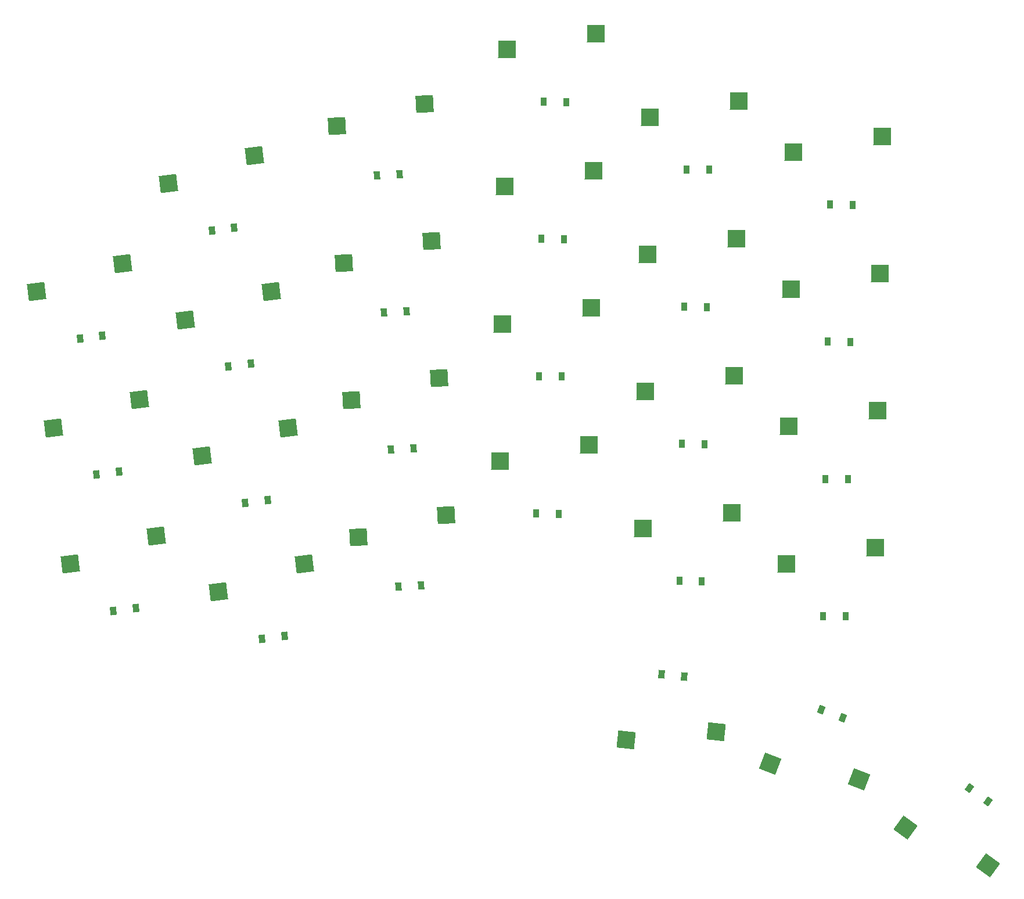
<source format=gbr>
%TF.GenerationSoftware,KiCad,Pcbnew,9.0.0*%
%TF.CreationDate,2025-03-06T12:11:22-05:00*%
%TF.ProjectId,proto1,70726f74-6f31-42e6-9b69-6361645f7063,v1.0.0*%
%TF.SameCoordinates,Original*%
%TF.FileFunction,Paste,Bot*%
%TF.FilePolarity,Positive*%
%FSLAX46Y46*%
G04 Gerber Fmt 4.6, Leading zero omitted, Abs format (unit mm)*
G04 Created by KiCad (PCBNEW 9.0.0) date 2025-03-06 12:11:22*
%MOMM*%
%LPD*%
G01*
G04 APERTURE LIST*
G04 Aperture macros list*
%AMRotRect*
0 Rectangle, with rotation*
0 The origin of the aperture is its center*
0 $1 length*
0 $2 width*
0 $3 Rotation angle, in degrees counterclockwise*
0 Add horizontal line*
21,1,$1,$2,0,0,$3*%
G04 Aperture macros list end*
%ADD10RotRect,2.550000X2.500000X7.000000*%
%ADD11RotRect,2.550000X2.500000X3.000000*%
%ADD12RotRect,2.550000X2.500000X359.000000*%
%ADD13RotRect,2.550000X2.500000X174.000000*%
%ADD14RotRect,2.550000X2.500000X159.000000*%
%ADD15RotRect,2.550000X2.500000X144.000000*%
%ADD16RotRect,0.900000X1.200000X7.000000*%
%ADD17RotRect,0.900000X1.200000X3.000000*%
%ADD18RotRect,0.900000X1.200000X359.000000*%
%ADD19RotRect,0.900000X1.200000X174.000000*%
%ADD20RotRect,0.900000X1.200000X159.000000*%
%ADD21RotRect,0.900000X1.200000X144.000000*%
G04 APERTURE END LIST*
D10*
%TO.C,S1*%
X135616279Y-136953363D03*
X148137375Y-132856891D03*
%TD*%
%TO.C,S2*%
X133178892Y-117102440D03*
X145699988Y-113005968D03*
%TD*%
%TO.C,S3*%
X130741505Y-97251517D03*
X143262601Y-93155045D03*
%TD*%
%TO.C,S4*%
X157276273Y-141044166D03*
X169797369Y-136947694D03*
%TD*%
%TO.C,S5*%
X154838886Y-121193243D03*
X167359982Y-117096771D03*
%TD*%
%TO.C,S6*%
X152401499Y-101342320D03*
X164922595Y-97245848D03*
%TD*%
%TO.C,S7*%
X149964112Y-81491397D03*
X162485208Y-77394925D03*
%TD*%
D11*
%TO.C,S8*%
X177643909Y-133014083D03*
X190420260Y-129801017D03*
%TD*%
%TO.C,S9*%
X176597190Y-113041492D03*
X189373541Y-109828426D03*
%TD*%
%TO.C,S10*%
X175550471Y-93068901D03*
X188326822Y-89855835D03*
%TD*%
%TO.C,S11*%
X174503752Y-73096311D03*
X187280103Y-69883245D03*
%TD*%
D12*
%TO.C,S12*%
X198286570Y-121930503D03*
X211255930Y-119616497D03*
%TD*%
%TO.C,S13*%
X198635618Y-101933549D03*
X211604978Y-99619543D03*
%TD*%
%TO.C,S14*%
X198984666Y-81936595D03*
X211954026Y-79622589D03*
%TD*%
%TO.C,S15*%
X199333714Y-61939641D03*
X212303074Y-59625635D03*
%TD*%
%TO.C,S16*%
X219117574Y-131795557D03*
X232086934Y-129481551D03*
%TD*%
%TO.C,S17*%
X219466622Y-111798603D03*
X232435982Y-109484597D03*
%TD*%
%TO.C,S18*%
X219815670Y-91801649D03*
X232785030Y-89487643D03*
%TD*%
%TO.C,S19*%
X220164718Y-71804695D03*
X233134078Y-69490689D03*
%TD*%
%TO.C,S20*%
X240031476Y-136911334D03*
X253000836Y-134597328D03*
%TD*%
%TO.C,S21*%
X240380525Y-116914380D03*
X253349885Y-114600374D03*
%TD*%
%TO.C,S22*%
X240729573Y-96917426D03*
X253698933Y-94603420D03*
%TD*%
%TO.C,S23*%
X241078621Y-76920472D03*
X254047981Y-74606466D03*
%TD*%
D13*
%TO.C,S24*%
X229773775Y-161423878D03*
X216652088Y-162598724D03*
%TD*%
D14*
%TO.C,S25*%
X250610755Y-168354213D03*
X237632106Y-166092885D03*
%TD*%
D15*
%TO.C,S26*%
X269383742Y-180888720D03*
X257432605Y-175345323D03*
%TD*%
D16*
%TO.C,D1*%
X145205065Y-143372632D03*
X141929663Y-143774800D03*
%TD*%
%TO.C,D2*%
X142767678Y-123521709D03*
X139492276Y-123923877D03*
%TD*%
%TO.C,D3*%
X140330291Y-103670786D03*
X137054889Y-104072954D03*
%TD*%
%TO.C,D4*%
X166865059Y-147463435D03*
X163589657Y-147865603D03*
%TD*%
%TO.C,D5*%
X164427672Y-127612512D03*
X161152270Y-128014680D03*
%TD*%
%TO.C,D6*%
X161990285Y-107761589D03*
X158714883Y-108163757D03*
%TD*%
%TO.C,D7*%
X159552898Y-87910666D03*
X156277496Y-88312834D03*
%TD*%
D17*
%TO.C,D8*%
X186761552Y-140086595D03*
X183466074Y-140259303D03*
%TD*%
%TO.C,D9*%
X185714833Y-120114005D03*
X182419355Y-120286713D03*
%TD*%
%TO.C,D10*%
X184668114Y-100141414D03*
X181372636Y-100314122D03*
%TD*%
%TO.C,D11*%
X183621395Y-80168823D03*
X180325917Y-80341531D03*
%TD*%
D18*
%TO.C,D12*%
X206888649Y-129621801D03*
X203589151Y-129564209D03*
%TD*%
%TO.C,D13*%
X207237697Y-109624847D03*
X203938199Y-109567255D03*
%TD*%
%TO.C,D14*%
X207586745Y-89627893D03*
X204287247Y-89570301D03*
%TD*%
%TO.C,D15*%
X207935793Y-69630939D03*
X204636295Y-69573347D03*
%TD*%
%TO.C,D16*%
X227719653Y-139486854D03*
X224420155Y-139429262D03*
%TD*%
%TO.C,D17*%
X228068701Y-119489900D03*
X224769203Y-119432308D03*
%TD*%
%TO.C,D18*%
X228417749Y-99492946D03*
X225118251Y-99435354D03*
%TD*%
%TO.C,D19*%
X228766797Y-79495992D03*
X225467299Y-79438400D03*
%TD*%
%TO.C,D20*%
X248633555Y-144602631D03*
X245334057Y-144545039D03*
%TD*%
%TO.C,D21*%
X248982604Y-124605677D03*
X245683106Y-124548085D03*
%TD*%
%TO.C,D22*%
X249331652Y-104608723D03*
X246032154Y-104551131D03*
%TD*%
%TO.C,D23*%
X249680700Y-84611769D03*
X246381202Y-84554177D03*
%TD*%
D19*
%TO.C,D24*%
X221874771Y-153012127D03*
X225156693Y-153357071D03*
%TD*%
D20*
%TO.C,D25*%
X245158023Y-158184673D03*
X248238839Y-159367287D03*
%TD*%
D21*
%TO.C,D26*%
X266748880Y-169654427D03*
X269418636Y-171594119D03*
%TD*%
M02*

</source>
